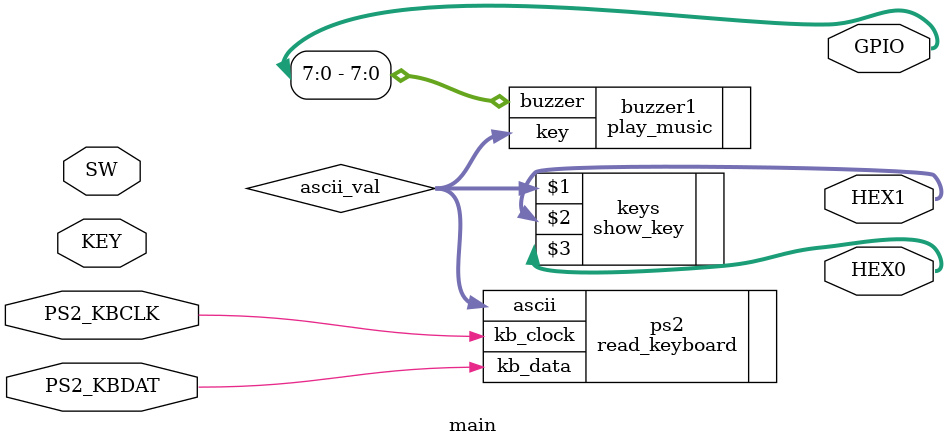
<source format=v>
module main (SW, KEY, PS2_KBCLK, PS2_KBDAT, GPIO, HEX0, HEX1);
	input [3:0] KEY;     // KEY0 is our record button. KEY0 again is stop recording (saved recordings can be written over, so no reset button needed).
	input [2:0] SW;      // SW2,1,0 are our registers for saved recordings
	input PS2_KBCLK;    // Clock input from the keyboard
	input PS2_KBDAT;    // Data input from the keyboard (byte)      (This and the above input need to be deciphered to values we can work with)
	output [35:0] GPIO; // These are our buzzer speakers. 7-0 is main buzzer. 35-28 is register buzzer #1. 27-20 is #2. 19-12 is #3.
	
	output [7:0] HEX0; // NOT NEEDED - DESIGN
	output [7:0] HEX1; // ^
	
	// Convert the keyboard input into processable data (ie, get ascii symbol of key)
	wire [6:0] ascii_val;
	read_keyboard ps2(.kb_data(PS2_KBDAT), .kb_clock(PS2_KBCLK), .ascii(ascii_val[6:0]));
	
	show_key keys(ascii_val[6:0], HEX1[7:0], HEX0[7:0]); // visual display -> showing the keys being used (for testing and looking pretty lol)
	
	// Simply call the music player module:
	play_music buzzer1(.key(ascii_val[6:0]), .buzzer(GPIO[7:0])); // NOT DONE, MORE I/O present
	
	
	// Simply call the recording saver module:
	
	
	// Simply call the recording player module:
	
endmodule
</source>
